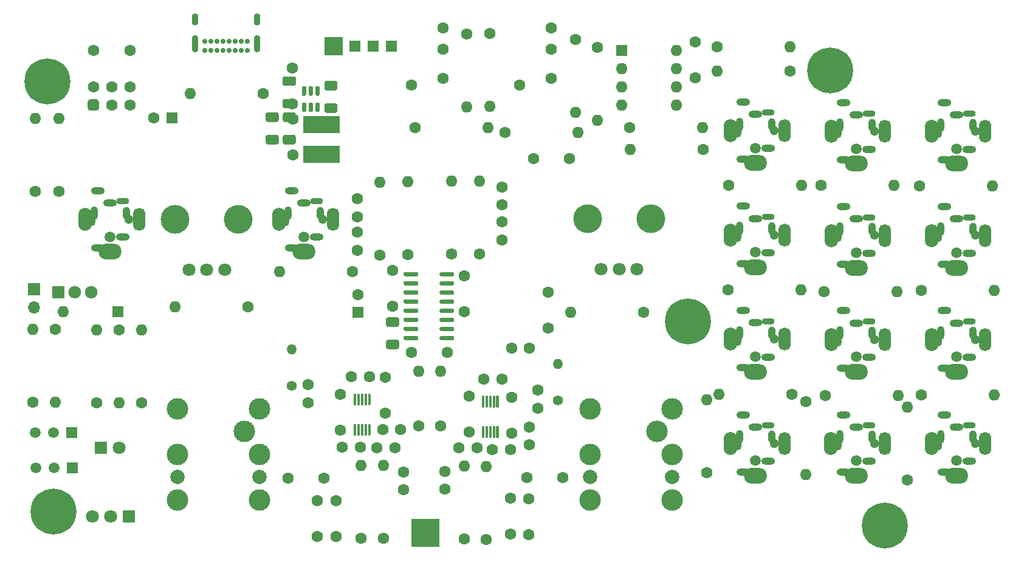
<source format=gts>
G04 #@! TF.GenerationSoftware,KiCad,Pcbnew,8.0.1*
G04 #@! TF.CreationDate,2024-04-16T20:02:15+02:00*
G04 #@! TF.ProjectId,spider2,73706964-6572-4322-9e6b-696361645f70,rev?*
G04 #@! TF.SameCoordinates,Original*
G04 #@! TF.FileFunction,Soldermask,Top*
G04 #@! TF.FilePolarity,Negative*
%FSLAX46Y46*%
G04 Gerber Fmt 4.6, Leading zero omitted, Abs format (unit mm)*
G04 Created by KiCad (PCBNEW 8.0.1) date 2024-04-16 20:02:15*
%MOMM*%
%LPD*%
G01*
G04 APERTURE LIST*
%ADD10C,1.600000*%
%ADD11O,1.600000X1.600000*%
%ADD12C,0.700000*%
%ADD13O,0.900000X2.400000*%
%ADD14O,0.900000X1.700000*%
%ADD15R,1.717500X1.800000*%
%ADD16O,1.717500X1.800000*%
%ADD17R,1.600000X1.600000*%
%ADD18R,2.500000X2.500000*%
%ADD19C,1.500000*%
%ADD20O,1.900000X1.000000*%
%ADD21O,1.000000X1.800000*%
%ADD22C,1.300000*%
%ADD23O,1.703200X3.203200*%
%ADD24O,1.903200X3.203200*%
%ADD25O,1.000000X1.900000*%
%ADD26O,3.203200X2.203200*%
%ADD27O,1.800000X0.900000*%
%ADD28C,0.800000*%
%ADD29C,6.400000*%
%ADD30C,3.000000*%
%ADD31C,2.000000*%
%ADD32R,1.500000X1.500000*%
%ADD33C,1.400000*%
%ADD34O,1.400000X1.400000*%
%ADD35C,4.000000*%
%ADD36C,1.800000*%
%ADD37R,1.700000X1.700000*%
%ADD38O,1.700000X1.700000*%
%ADD39R,4.000000X4.000000*%
%ADD40R,1.800000X1.800000*%
%ADD41R,5.100000X2.350000*%
G04 APERTURE END LIST*
D10*
X147799400Y-33323400D03*
X152879400Y-33323400D03*
G36*
G01*
X147399400Y-40143400D02*
X148199400Y-40143400D01*
G75*
G02*
X148599400Y-40543400I0J-400000D01*
G01*
X148599400Y-41343400D01*
G75*
G02*
X148199400Y-41743400I-400000J0D01*
G01*
X147399400Y-41743400D01*
G75*
G02*
X146999400Y-41343400I0J400000D01*
G01*
X146999400Y-40543400D01*
G75*
G02*
X147399400Y-40143400I400000J0D01*
G01*
G37*
X150339400Y-40943400D03*
X152879400Y-40943400D03*
X147799400Y-38403400D03*
X150339400Y-38403400D03*
X152879400Y-38403400D03*
X262920000Y-52200000D03*
D11*
X273080000Y-52200000D03*
D10*
X196750000Y-94500000D03*
X196750000Y-92000000D03*
X209700000Y-80700000D03*
X209700000Y-83200000D03*
X231625000Y-32125000D03*
X231625000Y-37125000D03*
X244875000Y-36200000D03*
D11*
X234715000Y-36200000D03*
D12*
X169250000Y-33375000D03*
X168400000Y-33375000D03*
X167550000Y-33375000D03*
X166700000Y-33375000D03*
X165850000Y-33375000D03*
X165000000Y-33375000D03*
X164150000Y-33375000D03*
X163300000Y-33375000D03*
X163300000Y-32025000D03*
X164150000Y-32025000D03*
X165000000Y-32025000D03*
X165850000Y-32025000D03*
X166700000Y-32025000D03*
X167550000Y-32025000D03*
X168400000Y-32025000D03*
X169250000Y-32025000D03*
D13*
X170600000Y-32395000D03*
D14*
X170600000Y-29015000D03*
D13*
X161950000Y-32395000D03*
D14*
X161950000Y-29015000D03*
D10*
X187750000Y-61850000D03*
D11*
X187750000Y-51690000D03*
D15*
X142950000Y-67000000D03*
D16*
X145240000Y-67000000D03*
X147530000Y-67000000D03*
D10*
X263120000Y-81300000D03*
D11*
X273280000Y-81300000D03*
D10*
X182250000Y-81230000D03*
X182250000Y-86230000D03*
X204750000Y-52350000D03*
X204750000Y-54850000D03*
X200150000Y-81500000D03*
X200150000Y-86500000D03*
X204750000Y-59750000D03*
X204750000Y-57250000D03*
D17*
X151200000Y-69750000D03*
D11*
X143580000Y-69750000D03*
D10*
X139700000Y-52959000D03*
D11*
X139700000Y-42799000D03*
D10*
X203000000Y-30995000D03*
D11*
X203000000Y-41155000D03*
D10*
X190975000Y-92075000D03*
X190975000Y-94575000D03*
X206050000Y-81700000D03*
X206050000Y-86700000D03*
D18*
X181300000Y-32750000D03*
D19*
X240078391Y-90526253D03*
D20*
X238349112Y-92100000D03*
X241849112Y-90600000D03*
D21*
X242328391Y-87226253D03*
D22*
X242649112Y-88100000D03*
D23*
X244078391Y-88126253D03*
D24*
X236578391Y-88126253D03*
D25*
X237549112Y-88100000D03*
X237828391Y-87226253D03*
D20*
X238349112Y-84100000D03*
X240078391Y-85826253D03*
D26*
X240078391Y-92626253D03*
D27*
X241849112Y-85600000D03*
D28*
X248019532Y-36102461D03*
X248722476Y-34405405D03*
X248722476Y-37799517D03*
X250419532Y-33702461D03*
D29*
X250419532Y-36102461D03*
D28*
X250419532Y-38502461D03*
X252116588Y-34405405D03*
X252116588Y-37799517D03*
X252819532Y-36102461D03*
D10*
X188500000Y-78850000D03*
X188500000Y-83850000D03*
X199500000Y-69750000D03*
X199500000Y-64750000D03*
X218050000Y-32945000D03*
D11*
X218050000Y-43105000D03*
D10*
X204700000Y-79150000D03*
X202200000Y-79150000D03*
X196550000Y-33200000D03*
X196550000Y-30200000D03*
X192150000Y-38200000D03*
X196550000Y-37200000D03*
X188210000Y-101360000D03*
D11*
X188210000Y-91200000D03*
D10*
X208450000Y-95800000D03*
X208450000Y-100800000D03*
X224500000Y-69800000D03*
D11*
X214340000Y-69800000D03*
D10*
X186250000Y-78800000D03*
X183750000Y-78800000D03*
X179900000Y-92900000D03*
X174900000Y-92900000D03*
X209100000Y-48430000D03*
X214100000Y-48430000D03*
X191620000Y-61810000D03*
D11*
X191620000Y-51650000D03*
D10*
X261200000Y-93230000D03*
D11*
X261200000Y-83070000D03*
D10*
X249645000Y-66950000D03*
D11*
X259805000Y-66950000D03*
D30*
X226300000Y-86450000D03*
D31*
X228430000Y-92800000D03*
X217000000Y-92800000D03*
D30*
X228430000Y-89650000D03*
X217000000Y-89650000D03*
X228430000Y-96000000D03*
X217000000Y-96000000D03*
X228430000Y-83300000D03*
X217000000Y-83300000D03*
D10*
X183900000Y-64150000D03*
D11*
X173740000Y-64150000D03*
D30*
X168800000Y-86450000D03*
D31*
X170930000Y-92800000D03*
X159500000Y-92800000D03*
D30*
X170930000Y-89650000D03*
X159500000Y-89650000D03*
X170930000Y-96000000D03*
X159500000Y-96000000D03*
X170930000Y-83300000D03*
X159500000Y-83300000D03*
D10*
X148300000Y-82450000D03*
D11*
X148300000Y-72290000D03*
D10*
X249745000Y-81400000D03*
D11*
X259905000Y-81400000D03*
D10*
X199500000Y-101400000D03*
D11*
X199500000Y-91240000D03*
G36*
G01*
X174450000Y-36947636D02*
X175750000Y-36947636D01*
G75*
G02*
X176000000Y-37197636I0J-250000D01*
G01*
X176000000Y-38022636D01*
G75*
G02*
X175750000Y-38272636I-250000J0D01*
G01*
X174450000Y-38272636D01*
G75*
G02*
X174200000Y-38022636I0J250000D01*
G01*
X174200000Y-37197636D01*
G75*
G02*
X174450000Y-36947636I250000J0D01*
G01*
G37*
G36*
G01*
X174450000Y-40072636D02*
X175750000Y-40072636D01*
G75*
G02*
X176000000Y-40322636I0J-250000D01*
G01*
X176000000Y-41147636D01*
G75*
G02*
X175750000Y-41397636I-250000J0D01*
G01*
X174450000Y-41397636D01*
G75*
G02*
X174200000Y-41147636I0J250000D01*
G01*
X174200000Y-40322636D01*
G75*
G02*
X174450000Y-40072636I250000J0D01*
G01*
G37*
D10*
X249220000Y-52150000D03*
D11*
X259380000Y-52150000D03*
D10*
X201600000Y-61700000D03*
D11*
X201600000Y-51540000D03*
D10*
X187300000Y-88750000D03*
X189800000Y-88750000D03*
X234675000Y-32825000D03*
D11*
X244835000Y-32825000D03*
D10*
X236195000Y-66725000D03*
D11*
X246355000Y-66725000D03*
D17*
X158750000Y-42700000D03*
D10*
X156250000Y-42700000D03*
G36*
G01*
X204012500Y-81461890D02*
X204187500Y-81461890D01*
G75*
G02*
X204275000Y-81549390I0J-87500D01*
G01*
X204275000Y-82999390D01*
G75*
G02*
X204187500Y-83086890I-87500J0D01*
G01*
X204012500Y-83086890D01*
G75*
G02*
X203925000Y-82999390I0J87500D01*
G01*
X203925000Y-81549390D01*
G75*
G02*
X204012500Y-81461890I87500J0D01*
G01*
G37*
G36*
G01*
X203512500Y-81461890D02*
X203687500Y-81461890D01*
G75*
G02*
X203775000Y-81549390I0J-87500D01*
G01*
X203775000Y-82999390D01*
G75*
G02*
X203687500Y-83086890I-87500J0D01*
G01*
X203512500Y-83086890D01*
G75*
G02*
X203425000Y-82999390I0J87500D01*
G01*
X203425000Y-81549390D01*
G75*
G02*
X203512500Y-81461890I87500J0D01*
G01*
G37*
G36*
G01*
X203012500Y-81461890D02*
X203187500Y-81461890D01*
G75*
G02*
X203275000Y-81549390I0J-87500D01*
G01*
X203275000Y-82999390D01*
G75*
G02*
X203187500Y-83086890I-87500J0D01*
G01*
X203012500Y-83086890D01*
G75*
G02*
X202925000Y-82999390I0J87500D01*
G01*
X202925000Y-81549390D01*
G75*
G02*
X203012500Y-81461890I87500J0D01*
G01*
G37*
G36*
G01*
X202512500Y-81461890D02*
X202687500Y-81461890D01*
G75*
G02*
X202775000Y-81549390I0J-87500D01*
G01*
X202775000Y-82999390D01*
G75*
G02*
X202687500Y-83086890I-87500J0D01*
G01*
X202512500Y-83086890D01*
G75*
G02*
X202425000Y-82999390I0J87500D01*
G01*
X202425000Y-81549390D01*
G75*
G02*
X202512500Y-81461890I87500J0D01*
G01*
G37*
G36*
G01*
X202012500Y-81461890D02*
X202187500Y-81461890D01*
G75*
G02*
X202275000Y-81549390I0J-87500D01*
G01*
X202275000Y-82999390D01*
G75*
G02*
X202187500Y-83086890I-87500J0D01*
G01*
X202012500Y-83086890D01*
G75*
G02*
X201925000Y-82999390I0J87500D01*
G01*
X201925000Y-81549390D01*
G75*
G02*
X202012500Y-81461890I87500J0D01*
G01*
G37*
G36*
G01*
X202012500Y-85686890D02*
X202187500Y-85686890D01*
G75*
G02*
X202275000Y-85774390I0J-87500D01*
G01*
X202275000Y-87224390D01*
G75*
G02*
X202187500Y-87311890I-87500J0D01*
G01*
X202012500Y-87311890D01*
G75*
G02*
X201925000Y-87224390I0J87500D01*
G01*
X201925000Y-85774390D01*
G75*
G02*
X202012500Y-85686890I87500J0D01*
G01*
G37*
G36*
G01*
X202512500Y-85686890D02*
X202687500Y-85686890D01*
G75*
G02*
X202775000Y-85774390I0J-87500D01*
G01*
X202775000Y-87224390D01*
G75*
G02*
X202687500Y-87311890I-87500J0D01*
G01*
X202512500Y-87311890D01*
G75*
G02*
X202425000Y-87224390I0J87500D01*
G01*
X202425000Y-85774390D01*
G75*
G02*
X202512500Y-85686890I87500J0D01*
G01*
G37*
G36*
G01*
X203012500Y-85686890D02*
X203187500Y-85686890D01*
G75*
G02*
X203275000Y-85774390I0J-87500D01*
G01*
X203275000Y-87224390D01*
G75*
G02*
X203187500Y-87311890I-87500J0D01*
G01*
X203012500Y-87311890D01*
G75*
G02*
X202925000Y-87224390I0J87500D01*
G01*
X202925000Y-85774390D01*
G75*
G02*
X203012500Y-85686890I87500J0D01*
G01*
G37*
G36*
G01*
X203512500Y-85686890D02*
X203687500Y-85686890D01*
G75*
G02*
X203775000Y-85774390I0J-87500D01*
G01*
X203775000Y-87224390D01*
G75*
G02*
X203687500Y-87311890I-87500J0D01*
G01*
X203512500Y-87311890D01*
G75*
G02*
X203425000Y-87224390I0J87500D01*
G01*
X203425000Y-85774390D01*
G75*
G02*
X203512500Y-85686890I87500J0D01*
G01*
G37*
G36*
G01*
X204012500Y-85686890D02*
X204187500Y-85686890D01*
G75*
G02*
X204275000Y-85774390I0J-87500D01*
G01*
X204275000Y-87224390D01*
G75*
G02*
X204187500Y-87311890I-87500J0D01*
G01*
X204012500Y-87311890D01*
G75*
G02*
X203925000Y-87224390I0J87500D01*
G01*
X203925000Y-85774390D01*
G75*
G02*
X204012500Y-85686890I87500J0D01*
G01*
G37*
X197100000Y-75400000D03*
X192100000Y-75400000D03*
X142500000Y-72170000D03*
D11*
X142500000Y-82330000D03*
D10*
X247100000Y-82250000D03*
D11*
X247100000Y-92410000D03*
D19*
X240079279Y-61459586D03*
D20*
X238350000Y-63033333D03*
X241850000Y-61533333D03*
D21*
X242329279Y-58159586D03*
D22*
X242650000Y-59033333D03*
D23*
X244079279Y-59059586D03*
D24*
X236579279Y-59059586D03*
D25*
X237550000Y-59033333D03*
X237829279Y-58159586D03*
D20*
X238350000Y-55033333D03*
X240079279Y-56759586D03*
D26*
X240079279Y-63559586D03*
D27*
X241850000Y-56533333D03*
D32*
X144800000Y-86600000D03*
D19*
X142260000Y-86600000D03*
X139720000Y-86600000D03*
D33*
X175400000Y-80100000D03*
D34*
X175400000Y-75020000D03*
D10*
X181600000Y-96100000D03*
X181600000Y-101100000D03*
X222545000Y-44100000D03*
D11*
X232705000Y-44100000D03*
D19*
X240079279Y-75992919D03*
D20*
X238350000Y-77566666D03*
X241850000Y-76066666D03*
D21*
X242329279Y-72692919D03*
D22*
X242650000Y-73566666D03*
D23*
X244079279Y-73592919D03*
D24*
X236579279Y-73592919D03*
D25*
X237550000Y-73566666D03*
X237829279Y-72692919D03*
D20*
X238350000Y-69566666D03*
X240079279Y-71292919D03*
D26*
X240079279Y-78092919D03*
D27*
X241850000Y-71066666D03*
D19*
X177153344Y-59294502D03*
D20*
X175424065Y-60868249D03*
X178924065Y-59368249D03*
D21*
X179403344Y-55994502D03*
D22*
X179724065Y-56868249D03*
D23*
X181153344Y-56894502D03*
D24*
X173653344Y-56894502D03*
D25*
X174624065Y-56868249D03*
X174903344Y-55994502D03*
D20*
X175424065Y-52868249D03*
X177153344Y-54594502D03*
D26*
X177153344Y-61394502D03*
D27*
X178924065Y-54368249D03*
D28*
X228260142Y-71088261D03*
X228963086Y-69391205D03*
X228963086Y-72785317D03*
X230660142Y-68688261D03*
D29*
X230660142Y-71088261D03*
D28*
X230660142Y-73488261D03*
X232357198Y-69391205D03*
X232357198Y-72785317D03*
X233060142Y-71088261D03*
D10*
X143002000Y-52959000D03*
D11*
X143002000Y-42799000D03*
D19*
X268079279Y-47026253D03*
D20*
X266350000Y-48600000D03*
X269850000Y-47100000D03*
D21*
X270329279Y-43726253D03*
D22*
X270650000Y-44600000D03*
D23*
X272079279Y-44626253D03*
D24*
X264579279Y-44626253D03*
D25*
X265550000Y-44600000D03*
X265829279Y-43726253D03*
D20*
X266350000Y-40600000D03*
X268079279Y-42326253D03*
D26*
X268079279Y-49126253D03*
D27*
X269850000Y-42100000D03*
D10*
X184550000Y-56500000D03*
X184550000Y-54000000D03*
D32*
X184221000Y-32750000D03*
D35*
X159200000Y-56900000D03*
X168000000Y-56900000D03*
D36*
X166100000Y-63900000D03*
X163600000Y-63900000D03*
X161100000Y-63900000D03*
D10*
X189500000Y-69000000D03*
X189500000Y-64000000D03*
D32*
X186761000Y-32750000D03*
D10*
X203393829Y-89000000D03*
X205893829Y-89000000D03*
D32*
X189301000Y-32750000D03*
D10*
X171450000Y-39350000D03*
D11*
X161290000Y-39350000D03*
D32*
X144840000Y-91500000D03*
D19*
X142300000Y-91500000D03*
X139760000Y-91500000D03*
D10*
X151400000Y-72300000D03*
D11*
X151400000Y-82460000D03*
D10*
X185080000Y-101350000D03*
D11*
X185080000Y-91190000D03*
D19*
X268079279Y-76026253D03*
D20*
X266350000Y-77600000D03*
X269850000Y-76100000D03*
D21*
X270329279Y-72726253D03*
D22*
X270650000Y-73600000D03*
D23*
X272079279Y-73626253D03*
D24*
X264579279Y-73626253D03*
D25*
X265550000Y-73600000D03*
X265829279Y-72726253D03*
D20*
X266350000Y-69600000D03*
X268079279Y-71326253D03*
D26*
X268079279Y-78126253D03*
D27*
X269850000Y-71100000D03*
D37*
X139560000Y-66610000D03*
D38*
X139560000Y-69150000D03*
D28*
X255630000Y-99560000D03*
X256332944Y-97862944D03*
X256332944Y-101257056D03*
X258030000Y-97160000D03*
D29*
X258030000Y-99560000D03*
D28*
X258030000Y-101960000D03*
X259727056Y-97862944D03*
X259727056Y-101257056D03*
X260430000Y-99560000D03*
D10*
X236270000Y-52150000D03*
D11*
X246430000Y-52150000D03*
D10*
X214990000Y-31800000D03*
D11*
X214990000Y-41960000D03*
D10*
X211550000Y-33200000D03*
X211550000Y-30200000D03*
X207150000Y-38200000D03*
X211550000Y-37200000D03*
X190600000Y-86200000D03*
X188100000Y-86200000D03*
X175500000Y-40800000D03*
X175500000Y-35800000D03*
D19*
X268079279Y-61526253D03*
D20*
X266350000Y-63100000D03*
X269850000Y-61600000D03*
D21*
X270329279Y-58226253D03*
D22*
X270650000Y-59100000D03*
D23*
X272079279Y-59126253D03*
D24*
X264579279Y-59126253D03*
D25*
X265550000Y-59100000D03*
X265829279Y-58226253D03*
D20*
X266350000Y-55100000D03*
X268079279Y-56826253D03*
D26*
X268079279Y-63626253D03*
D27*
X269850000Y-56600000D03*
D10*
X177750000Y-79925000D03*
X177750000Y-82425000D03*
D19*
X240079279Y-46926253D03*
D20*
X238350000Y-48500000D03*
X241850000Y-47000000D03*
D21*
X242329279Y-43626253D03*
D22*
X242650000Y-44500000D03*
D23*
X244079279Y-44526253D03*
D24*
X236579279Y-44526253D03*
D25*
X237550000Y-44500000D03*
X237829279Y-43626253D03*
D20*
X238350000Y-40500000D03*
X240079279Y-42226253D03*
D26*
X240079279Y-49026253D03*
D27*
X241850000Y-42000000D03*
D17*
X221450000Y-33375000D03*
D11*
X221450000Y-35915000D03*
X221450000Y-38455000D03*
X221450000Y-40995000D03*
X229070000Y-40995000D03*
X229070000Y-38455000D03*
X229070000Y-35915000D03*
X229070000Y-33375000D03*
D10*
X206050000Y-74800000D03*
X208550000Y-74800000D03*
X263120000Y-66750000D03*
D11*
X273280000Y-66750000D03*
D10*
X233260000Y-92180000D03*
D11*
X233260000Y-82020000D03*
D10*
X192600000Y-44050000D03*
D11*
X202760000Y-44050000D03*
D19*
X254079279Y-61526253D03*
D20*
X252350000Y-63100000D03*
X255850000Y-61600000D03*
D21*
X256329279Y-58226253D03*
D22*
X256650000Y-59100000D03*
D23*
X258079279Y-59126253D03*
D24*
X250579279Y-59126253D03*
D25*
X251550000Y-59100000D03*
X251829279Y-58226253D03*
D20*
X252350000Y-55100000D03*
X254079279Y-56826253D03*
D26*
X254079279Y-63626253D03*
D27*
X255850000Y-56600000D03*
D10*
X208500000Y-88300000D03*
X208500000Y-85800000D03*
D19*
X254079279Y-76026253D03*
D20*
X252350000Y-77600000D03*
X255850000Y-76100000D03*
D21*
X256329279Y-72726253D03*
D22*
X256650000Y-73600000D03*
D23*
X258079279Y-73626253D03*
D24*
X250579279Y-73626253D03*
D25*
X251550000Y-73600000D03*
X251829279Y-72726253D03*
D20*
X252350000Y-69600000D03*
X254079279Y-71326253D03*
D26*
X254079279Y-78126253D03*
D27*
X255850000Y-71100000D03*
D19*
X254079279Y-47026253D03*
D20*
X252350000Y-48600000D03*
X255850000Y-47100000D03*
D21*
X256329279Y-43726253D03*
D22*
X256650000Y-44600000D03*
D23*
X258079279Y-44626253D03*
D24*
X250579279Y-44626253D03*
D25*
X251550000Y-44600000D03*
X251829279Y-43726253D03*
D20*
X252350000Y-40600000D03*
X254079279Y-42326253D03*
D26*
X254079279Y-49126253D03*
D27*
X255850000Y-42100000D03*
D10*
X202500000Y-101500000D03*
D11*
X202500000Y-91340000D03*
G36*
G01*
X172072096Y-41973131D02*
X173372096Y-41973131D01*
G75*
G02*
X173622096Y-42223131I0J-250000D01*
G01*
X173622096Y-43048131D01*
G75*
G02*
X173372096Y-43298131I-250000J0D01*
G01*
X172072096Y-43298131D01*
G75*
G02*
X171822096Y-43048131I0J250000D01*
G01*
X171822096Y-42223131D01*
G75*
G02*
X172072096Y-41973131I250000J0D01*
G01*
G37*
G36*
G01*
X172072096Y-45098131D02*
X173372096Y-45098131D01*
G75*
G02*
X173622096Y-45348131I0J-250000D01*
G01*
X173622096Y-46173131D01*
G75*
G02*
X173372096Y-46423131I-250000J0D01*
G01*
X172072096Y-46423131D01*
G75*
G02*
X171822096Y-46173131I0J250000D01*
G01*
X171822096Y-45348131D01*
G75*
G02*
X172072096Y-45098131I250000J0D01*
G01*
G37*
D10*
X184550000Y-58650000D03*
X184550000Y-61150000D03*
X211200000Y-67050000D03*
X211200000Y-72050000D03*
D19*
X150144477Y-59295965D03*
D20*
X148415198Y-60869712D03*
X151915198Y-59369712D03*
D21*
X152394477Y-55995965D03*
D22*
X152715198Y-56869712D03*
D23*
X154144477Y-56895965D03*
D24*
X146644477Y-56895965D03*
D25*
X147615198Y-56869712D03*
X147894477Y-55995965D03*
D20*
X148415198Y-52869712D03*
X150144477Y-54595965D03*
D26*
X150144477Y-61395965D03*
D27*
X151915198Y-54369712D03*
D39*
X194056000Y-100584000D03*
D19*
X254078391Y-90526253D03*
D20*
X252349112Y-92100000D03*
X255849112Y-90600000D03*
D21*
X256328391Y-87226253D03*
D22*
X256649112Y-88100000D03*
D23*
X258078391Y-88126253D03*
D24*
X250578391Y-88126253D03*
D25*
X251549112Y-88100000D03*
X251828391Y-87226253D03*
D20*
X252349112Y-84100000D03*
X254078391Y-85826253D03*
D26*
X254078391Y-92626253D03*
D27*
X255849112Y-85600000D03*
D19*
X268079279Y-90526253D03*
D20*
X266350000Y-92100000D03*
X269850000Y-90600000D03*
D21*
X270329279Y-87226253D03*
D22*
X270650000Y-88100000D03*
D23*
X272079279Y-88126253D03*
D24*
X264579279Y-88126253D03*
D25*
X265550000Y-88100000D03*
X265829279Y-87226253D03*
D20*
X266350000Y-84100000D03*
X268079279Y-85826253D03*
D26*
X268079279Y-92626253D03*
D27*
X269850000Y-85600000D03*
D10*
X179000000Y-96100000D03*
X179000000Y-101100000D03*
G36*
G01*
X181550000Y-42025000D02*
X180250000Y-42025000D01*
G75*
G02*
X180000000Y-41775000I0J250000D01*
G01*
X180000000Y-40950000D01*
G75*
G02*
X180250000Y-40700000I250000J0D01*
G01*
X181550000Y-40700000D01*
G75*
G02*
X181800000Y-40950000I0J-250000D01*
G01*
X181800000Y-41775000D01*
G75*
G02*
X181550000Y-42025000I-250000J0D01*
G01*
G37*
G36*
G01*
X181550000Y-38900000D02*
X180250000Y-38900000D01*
G75*
G02*
X180000000Y-38650000I0J250000D01*
G01*
X180000000Y-37825000D01*
G75*
G02*
X180250000Y-37575000I250000J0D01*
G01*
X181550000Y-37575000D01*
G75*
G02*
X181800000Y-37825000I0J-250000D01*
G01*
X181800000Y-38650000D01*
G75*
G02*
X181550000Y-38900000I-250000J0D01*
G01*
G37*
X154500000Y-82450000D03*
D11*
X154500000Y-72290000D03*
D10*
X193142656Y-85661097D03*
D11*
X193142656Y-78041097D03*
D10*
X196150000Y-85650000D03*
D11*
X196150000Y-78030000D03*
G36*
G01*
X174449222Y-41975000D02*
X175749222Y-41975000D01*
G75*
G02*
X175999222Y-42225000I0J-250000D01*
G01*
X175999222Y-43050000D01*
G75*
G02*
X175749222Y-43300000I-250000J0D01*
G01*
X174449222Y-43300000D01*
G75*
G02*
X174199222Y-43050000I0J250000D01*
G01*
X174199222Y-42225000D01*
G75*
G02*
X174449222Y-41975000I250000J0D01*
G01*
G37*
G36*
G01*
X174449222Y-45100000D02*
X175749222Y-45100000D01*
G75*
G02*
X175999222Y-45350000I0J-250000D01*
G01*
X175999222Y-46175000D01*
G75*
G02*
X175749222Y-46425000I-250000J0D01*
G01*
X174449222Y-46425000D01*
G75*
G02*
X174199222Y-46175000I0J250000D01*
G01*
X174199222Y-45350000D01*
G75*
G02*
X174449222Y-45100000I250000J0D01*
G01*
G37*
D10*
X182500000Y-88600000D03*
X185000000Y-88600000D03*
D40*
X148875000Y-88725000D03*
D36*
X151415000Y-88725000D03*
D10*
X199800000Y-31015000D03*
D11*
X199800000Y-41175000D03*
G36*
G01*
X191050000Y-64670000D02*
X191050000Y-64370000D01*
G75*
G02*
X191200000Y-64220000I150000J0D01*
G01*
X192900000Y-64220000D01*
G75*
G02*
X193050000Y-64370000I0J-150000D01*
G01*
X193050000Y-64670000D01*
G75*
G02*
X192900000Y-64820000I-150000J0D01*
G01*
X191200000Y-64820000D01*
G75*
G02*
X191050000Y-64670000I0J150000D01*
G01*
G37*
G36*
G01*
X191050000Y-65940000D02*
X191050000Y-65640000D01*
G75*
G02*
X191200000Y-65490000I150000J0D01*
G01*
X192900000Y-65490000D01*
G75*
G02*
X193050000Y-65640000I0J-150000D01*
G01*
X193050000Y-65940000D01*
G75*
G02*
X192900000Y-66090000I-150000J0D01*
G01*
X191200000Y-66090000D01*
G75*
G02*
X191050000Y-65940000I0J150000D01*
G01*
G37*
G36*
G01*
X191050000Y-67210000D02*
X191050000Y-66910000D01*
G75*
G02*
X191200000Y-66760000I150000J0D01*
G01*
X192900000Y-66760000D01*
G75*
G02*
X193050000Y-66910000I0J-150000D01*
G01*
X193050000Y-67210000D01*
G75*
G02*
X192900000Y-67360000I-150000J0D01*
G01*
X191200000Y-67360000D01*
G75*
G02*
X191050000Y-67210000I0J150000D01*
G01*
G37*
G36*
G01*
X191050000Y-68480000D02*
X191050000Y-68180000D01*
G75*
G02*
X191200000Y-68030000I150000J0D01*
G01*
X192900000Y-68030000D01*
G75*
G02*
X193050000Y-68180000I0J-150000D01*
G01*
X193050000Y-68480000D01*
G75*
G02*
X192900000Y-68630000I-150000J0D01*
G01*
X191200000Y-68630000D01*
G75*
G02*
X191050000Y-68480000I0J150000D01*
G01*
G37*
G36*
G01*
X191050000Y-69750000D02*
X191050000Y-69450000D01*
G75*
G02*
X191200000Y-69300000I150000J0D01*
G01*
X192900000Y-69300000D01*
G75*
G02*
X193050000Y-69450000I0J-150000D01*
G01*
X193050000Y-69750000D01*
G75*
G02*
X192900000Y-69900000I-150000J0D01*
G01*
X191200000Y-69900000D01*
G75*
G02*
X191050000Y-69750000I0J150000D01*
G01*
G37*
G36*
G01*
X191050000Y-71020000D02*
X191050000Y-70720000D01*
G75*
G02*
X191200000Y-70570000I150000J0D01*
G01*
X192900000Y-70570000D01*
G75*
G02*
X193050000Y-70720000I0J-150000D01*
G01*
X193050000Y-71020000D01*
G75*
G02*
X192900000Y-71170000I-150000J0D01*
G01*
X191200000Y-71170000D01*
G75*
G02*
X191050000Y-71020000I0J150000D01*
G01*
G37*
G36*
G01*
X191050000Y-72290000D02*
X191050000Y-71990000D01*
G75*
G02*
X191200000Y-71840000I150000J0D01*
G01*
X192900000Y-71840000D01*
G75*
G02*
X193050000Y-71990000I0J-150000D01*
G01*
X193050000Y-72290000D01*
G75*
G02*
X192900000Y-72440000I-150000J0D01*
G01*
X191200000Y-72440000D01*
G75*
G02*
X191050000Y-72290000I0J150000D01*
G01*
G37*
G36*
G01*
X191050000Y-73560000D02*
X191050000Y-73260000D01*
G75*
G02*
X191200000Y-73110000I150000J0D01*
G01*
X192900000Y-73110000D01*
G75*
G02*
X193050000Y-73260000I0J-150000D01*
G01*
X193050000Y-73560000D01*
G75*
G02*
X192900000Y-73710000I-150000J0D01*
G01*
X191200000Y-73710000D01*
G75*
G02*
X191050000Y-73560000I0J150000D01*
G01*
G37*
G36*
G01*
X196050000Y-73560000D02*
X196050000Y-73260000D01*
G75*
G02*
X196200000Y-73110000I150000J0D01*
G01*
X197900000Y-73110000D01*
G75*
G02*
X198050000Y-73260000I0J-150000D01*
G01*
X198050000Y-73560000D01*
G75*
G02*
X197900000Y-73710000I-150000J0D01*
G01*
X196200000Y-73710000D01*
G75*
G02*
X196050000Y-73560000I0J150000D01*
G01*
G37*
G36*
G01*
X196050000Y-72290000D02*
X196050000Y-71990000D01*
G75*
G02*
X196200000Y-71840000I150000J0D01*
G01*
X197900000Y-71840000D01*
G75*
G02*
X198050000Y-71990000I0J-150000D01*
G01*
X198050000Y-72290000D01*
G75*
G02*
X197900000Y-72440000I-150000J0D01*
G01*
X196200000Y-72440000D01*
G75*
G02*
X196050000Y-72290000I0J150000D01*
G01*
G37*
G36*
G01*
X196050000Y-71020000D02*
X196050000Y-70720000D01*
G75*
G02*
X196200000Y-70570000I150000J0D01*
G01*
X197900000Y-70570000D01*
G75*
G02*
X198050000Y-70720000I0J-150000D01*
G01*
X198050000Y-71020000D01*
G75*
G02*
X197900000Y-71170000I-150000J0D01*
G01*
X196200000Y-71170000D01*
G75*
G02*
X196050000Y-71020000I0J150000D01*
G01*
G37*
G36*
G01*
X196050000Y-69750000D02*
X196050000Y-69450000D01*
G75*
G02*
X196200000Y-69300000I150000J0D01*
G01*
X197900000Y-69300000D01*
G75*
G02*
X198050000Y-69450000I0J-150000D01*
G01*
X198050000Y-69750000D01*
G75*
G02*
X197900000Y-69900000I-150000J0D01*
G01*
X196200000Y-69900000D01*
G75*
G02*
X196050000Y-69750000I0J150000D01*
G01*
G37*
G36*
G01*
X196050000Y-68480000D02*
X196050000Y-68180000D01*
G75*
G02*
X196200000Y-68030000I150000J0D01*
G01*
X197900000Y-68030000D01*
G75*
G02*
X198050000Y-68180000I0J-150000D01*
G01*
X198050000Y-68480000D01*
G75*
G02*
X197900000Y-68630000I-150000J0D01*
G01*
X196200000Y-68630000D01*
G75*
G02*
X196050000Y-68480000I0J150000D01*
G01*
G37*
G36*
G01*
X196050000Y-67210000D02*
X196050000Y-66910000D01*
G75*
G02*
X196200000Y-66760000I150000J0D01*
G01*
X197900000Y-66760000D01*
G75*
G02*
X198050000Y-66910000I0J-150000D01*
G01*
X198050000Y-67210000D01*
G75*
G02*
X197900000Y-67360000I-150000J0D01*
G01*
X196200000Y-67360000D01*
G75*
G02*
X196050000Y-67210000I0J150000D01*
G01*
G37*
G36*
G01*
X196050000Y-65940000D02*
X196050000Y-65640000D01*
G75*
G02*
X196200000Y-65490000I150000J0D01*
G01*
X197900000Y-65490000D01*
G75*
G02*
X198050000Y-65640000I0J-150000D01*
G01*
X198050000Y-65940000D01*
G75*
G02*
X197900000Y-66090000I-150000J0D01*
G01*
X196200000Y-66090000D01*
G75*
G02*
X196050000Y-65940000I0J150000D01*
G01*
G37*
G36*
G01*
X196050000Y-64670000D02*
X196050000Y-64370000D01*
G75*
G02*
X196200000Y-64220000I150000J0D01*
G01*
X197900000Y-64220000D01*
G75*
G02*
X198050000Y-64370000I0J-150000D01*
G01*
X198050000Y-64670000D01*
G75*
G02*
X197900000Y-64820000I-150000J0D01*
G01*
X196200000Y-64820000D01*
G75*
G02*
X196050000Y-64670000I0J150000D01*
G01*
G37*
D10*
X232750000Y-47100000D03*
D11*
X222590000Y-47100000D03*
D10*
X198750000Y-88750000D03*
X201250000Y-88750000D03*
X205900000Y-95700000D03*
X205900000Y-100700000D03*
D35*
X216650000Y-56800000D03*
X225450000Y-56800000D03*
D36*
X223550000Y-63800000D03*
X221050000Y-63800000D03*
X218550000Y-63800000D03*
D10*
X197735200Y-61700000D03*
D11*
X197735200Y-51540000D03*
D10*
X169350000Y-69040000D03*
D11*
X159190000Y-69040000D03*
D33*
X212500000Y-82100000D03*
D34*
X212500000Y-77020000D03*
G36*
G01*
X178900000Y-38320100D02*
X179200000Y-38320100D01*
G75*
G02*
X179350000Y-38470100I0J-150000D01*
G01*
X179350000Y-39495100D01*
G75*
G02*
X179200000Y-39645100I-150000J0D01*
G01*
X178900000Y-39645100D01*
G75*
G02*
X178750000Y-39495100I0J150000D01*
G01*
X178750000Y-38470100D01*
G75*
G02*
X178900000Y-38320100I150000J0D01*
G01*
G37*
G36*
G01*
X177950000Y-38320100D02*
X178250000Y-38320100D01*
G75*
G02*
X178400000Y-38470100I0J-150000D01*
G01*
X178400000Y-39495100D01*
G75*
G02*
X178250000Y-39645100I-150000J0D01*
G01*
X177950000Y-39645100D01*
G75*
G02*
X177800000Y-39495100I0J150000D01*
G01*
X177800000Y-38470100D01*
G75*
G02*
X177950000Y-38320100I150000J0D01*
G01*
G37*
G36*
G01*
X177000000Y-38320100D02*
X177300000Y-38320100D01*
G75*
G02*
X177450000Y-38470100I0J-150000D01*
G01*
X177450000Y-39495100D01*
G75*
G02*
X177300000Y-39645100I-150000J0D01*
G01*
X177000000Y-39645100D01*
G75*
G02*
X176850000Y-39495100I0J150000D01*
G01*
X176850000Y-38470100D01*
G75*
G02*
X177000000Y-38320100I150000J0D01*
G01*
G37*
G36*
G01*
X177000000Y-40595100D02*
X177300000Y-40595100D01*
G75*
G02*
X177450000Y-40745100I0J-150000D01*
G01*
X177450000Y-41770100D01*
G75*
G02*
X177300000Y-41920100I-150000J0D01*
G01*
X177000000Y-41920100D01*
G75*
G02*
X176850000Y-41770100I0J150000D01*
G01*
X176850000Y-40745100D01*
G75*
G02*
X177000000Y-40595100I150000J0D01*
G01*
G37*
G36*
G01*
X177950000Y-40595100D02*
X178250000Y-40595100D01*
G75*
G02*
X178400000Y-40745100I0J-150000D01*
G01*
X178400000Y-41770100D01*
G75*
G02*
X178250000Y-41920100I-150000J0D01*
G01*
X177950000Y-41920100D01*
G75*
G02*
X177800000Y-41770100I0J150000D01*
G01*
X177800000Y-40745100D01*
G75*
G02*
X177950000Y-40595100I150000J0D01*
G01*
G37*
G36*
G01*
X178900000Y-40595100D02*
X179200000Y-40595100D01*
G75*
G02*
X179350000Y-40745100I0J-150000D01*
G01*
X179350000Y-41770100D01*
G75*
G02*
X179200000Y-41920100I-150000J0D01*
G01*
X178900000Y-41920100D01*
G75*
G02*
X178750000Y-41770100I0J150000D01*
G01*
X178750000Y-40745100D01*
G75*
G02*
X178900000Y-40595100I150000J0D01*
G01*
G37*
D10*
X245080000Y-81225000D03*
D11*
X234920000Y-81225000D03*
D41*
X179600000Y-43625000D03*
X179600000Y-47775000D03*
D40*
X152742934Y-98294059D03*
D36*
X150202934Y-98294059D03*
X147662934Y-98294059D03*
D28*
X139840000Y-97590000D03*
X140542944Y-95892944D03*
X140542944Y-99287056D03*
X142240000Y-95190000D03*
D29*
X142240000Y-97590000D03*
D28*
X142240000Y-99990000D03*
X143937056Y-95892944D03*
X143937056Y-99287056D03*
X144640000Y-97590000D03*
D10*
X205175000Y-44750000D03*
D11*
X215335000Y-44750000D03*
D10*
X139350000Y-82360000D03*
D11*
X139350000Y-72200000D03*
D10*
X208200000Y-92850000D03*
X213200000Y-92850000D03*
D17*
X184650000Y-69850000D03*
D10*
X184650000Y-67350000D03*
D28*
X138994600Y-37691600D03*
X139697544Y-35994544D03*
X139697544Y-39388656D03*
X141394600Y-35291600D03*
D29*
X141394600Y-37691600D03*
D28*
X141394600Y-40091600D03*
X143091656Y-35994544D03*
X143091656Y-39388656D03*
X143794600Y-37691600D03*
G36*
G01*
X186162500Y-81175000D02*
X186337500Y-81175000D01*
G75*
G02*
X186425000Y-81262500I0J-87500D01*
G01*
X186425000Y-82712500D01*
G75*
G02*
X186337500Y-82800000I-87500J0D01*
G01*
X186162500Y-82800000D01*
G75*
G02*
X186075000Y-82712500I0J87500D01*
G01*
X186075000Y-81262500D01*
G75*
G02*
X186162500Y-81175000I87500J0D01*
G01*
G37*
G36*
G01*
X185662500Y-81175000D02*
X185837500Y-81175000D01*
G75*
G02*
X185925000Y-81262500I0J-87500D01*
G01*
X185925000Y-82712500D01*
G75*
G02*
X185837500Y-82800000I-87500J0D01*
G01*
X185662500Y-82800000D01*
G75*
G02*
X185575000Y-82712500I0J87500D01*
G01*
X185575000Y-81262500D01*
G75*
G02*
X185662500Y-81175000I87500J0D01*
G01*
G37*
G36*
G01*
X185162500Y-81175000D02*
X185337500Y-81175000D01*
G75*
G02*
X185425000Y-81262500I0J-87500D01*
G01*
X185425000Y-82712500D01*
G75*
G02*
X185337500Y-82800000I-87500J0D01*
G01*
X185162500Y-82800000D01*
G75*
G02*
X185075000Y-82712500I0J87500D01*
G01*
X185075000Y-81262500D01*
G75*
G02*
X185162500Y-81175000I87500J0D01*
G01*
G37*
G36*
G01*
X184662500Y-81175000D02*
X184837500Y-81175000D01*
G75*
G02*
X184925000Y-81262500I0J-87500D01*
G01*
X184925000Y-82712500D01*
G75*
G02*
X184837500Y-82800000I-87500J0D01*
G01*
X184662500Y-82800000D01*
G75*
G02*
X184575000Y-82712500I0J87500D01*
G01*
X184575000Y-81262500D01*
G75*
G02*
X184662500Y-81175000I87500J0D01*
G01*
G37*
G36*
G01*
X184162500Y-81175000D02*
X184337500Y-81175000D01*
G75*
G02*
X184425000Y-81262500I0J-87500D01*
G01*
X184425000Y-82712500D01*
G75*
G02*
X184337500Y-82800000I-87500J0D01*
G01*
X184162500Y-82800000D01*
G75*
G02*
X184075000Y-82712500I0J87500D01*
G01*
X184075000Y-81262500D01*
G75*
G02*
X184162500Y-81175000I87500J0D01*
G01*
G37*
G36*
G01*
X184162500Y-85400000D02*
X184337500Y-85400000D01*
G75*
G02*
X184425000Y-85487500I0J-87500D01*
G01*
X184425000Y-86937500D01*
G75*
G02*
X184337500Y-87025000I-87500J0D01*
G01*
X184162500Y-87025000D01*
G75*
G02*
X184075000Y-86937500I0J87500D01*
G01*
X184075000Y-85487500D01*
G75*
G02*
X184162500Y-85400000I87500J0D01*
G01*
G37*
G36*
G01*
X184662500Y-85400000D02*
X184837500Y-85400000D01*
G75*
G02*
X184925000Y-85487500I0J-87500D01*
G01*
X184925000Y-86937500D01*
G75*
G02*
X184837500Y-87025000I-87500J0D01*
G01*
X184662500Y-87025000D01*
G75*
G02*
X184575000Y-86937500I0J87500D01*
G01*
X184575000Y-85487500D01*
G75*
G02*
X184662500Y-85400000I87500J0D01*
G01*
G37*
G36*
G01*
X185162500Y-85400000D02*
X185337500Y-85400000D01*
G75*
G02*
X185425000Y-85487500I0J-87500D01*
G01*
X185425000Y-86937500D01*
G75*
G02*
X185337500Y-87025000I-87500J0D01*
G01*
X185162500Y-87025000D01*
G75*
G02*
X185075000Y-86937500I0J87500D01*
G01*
X185075000Y-85487500D01*
G75*
G02*
X185162500Y-85400000I87500J0D01*
G01*
G37*
G36*
G01*
X185662500Y-85400000D02*
X185837500Y-85400000D01*
G75*
G02*
X185925000Y-85487500I0J-87500D01*
G01*
X185925000Y-86937500D01*
G75*
G02*
X185837500Y-87025000I-87500J0D01*
G01*
X185662500Y-87025000D01*
G75*
G02*
X185575000Y-86937500I0J87500D01*
G01*
X185575000Y-85487500D01*
G75*
G02*
X185662500Y-85400000I87500J0D01*
G01*
G37*
G36*
G01*
X186162500Y-85400000D02*
X186337500Y-85400000D01*
G75*
G02*
X186425000Y-85487500I0J-87500D01*
G01*
X186425000Y-86937500D01*
G75*
G02*
X186337500Y-87025000I-87500J0D01*
G01*
X186162500Y-87025000D01*
G75*
G02*
X186075000Y-86937500I0J87500D01*
G01*
X186075000Y-85487500D01*
G75*
G02*
X186162500Y-85400000I87500J0D01*
G01*
G37*
D10*
X175600000Y-42900000D03*
X175600000Y-47900000D03*
G36*
G01*
X188850000Y-70525000D02*
X190150000Y-70525000D01*
G75*
G02*
X190400000Y-70775000I0J-250000D01*
G01*
X190400000Y-71600000D01*
G75*
G02*
X190150000Y-71850000I-250000J0D01*
G01*
X188850000Y-71850000D01*
G75*
G02*
X188600000Y-71600000I0J250000D01*
G01*
X188600000Y-70775000D01*
G75*
G02*
X188850000Y-70525000I250000J0D01*
G01*
G37*
G36*
G01*
X188850000Y-73650000D02*
X190150000Y-73650000D01*
G75*
G02*
X190400000Y-73900000I0J-250000D01*
G01*
X190400000Y-74725000D01*
G75*
G02*
X190150000Y-74975000I-250000J0D01*
G01*
X188850000Y-74975000D01*
G75*
G02*
X188600000Y-74725000I0J250000D01*
G01*
X188600000Y-73900000D01*
G75*
G02*
X188850000Y-73650000I250000J0D01*
G01*
G37*
M02*

</source>
